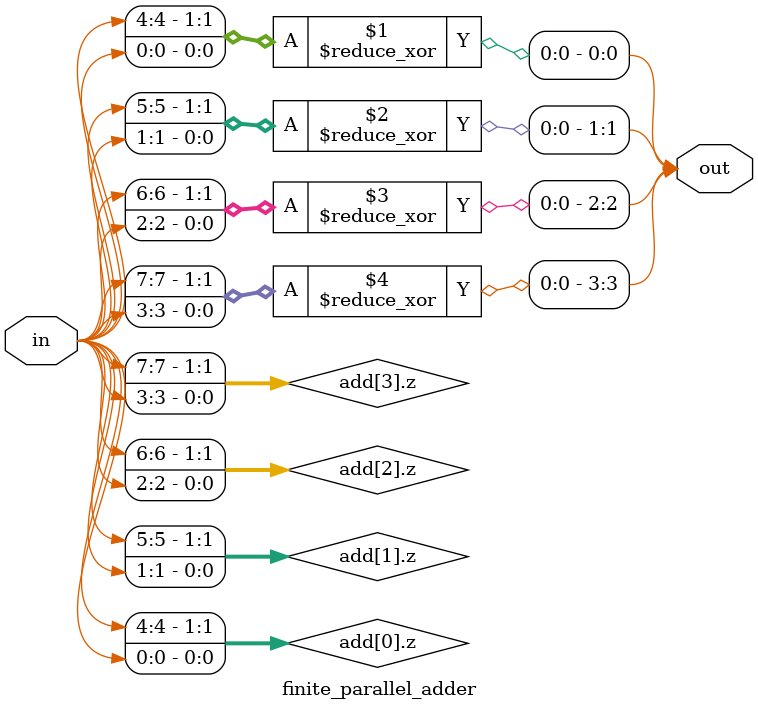
<source format=v>
module finite_parallel_adder #(
	parameter M = 4,
	parameter N_INPUT = 2
) (
	input [M*N_INPUT-1:0] in,
	output [M-1:0] out
);
	genvar i, j;
	for (i = 0; i < M; i = i + 1) begin : add
		wire [N_INPUT-1:0] z;
		for (j = 0; j < N_INPUT; j = j + 1) begin : arrange
			assign z[j] = in[j*M+i];
		end
		assign out[i] = ^z;
	end
endmodule
</source>
